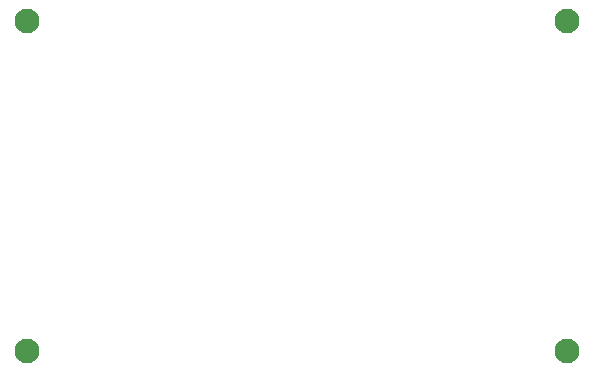
<source format=gbr>
%TF.GenerationSoftware,KiCad,Pcbnew,9.0.4*%
%TF.CreationDate,2025-09-30T03:15:34+08:00*%
%TF.ProjectId,MCU Datalogger,4d435520-4461-4746-916c-6f676765722e,1*%
%TF.SameCoordinates,Original*%
%TF.FileFunction,NonPlated,1,2,NPTH,Drill*%
%TF.FilePolarity,Positive*%
%FSLAX46Y46*%
G04 Gerber Fmt 4.6, Leading zero omitted, Abs format (unit mm)*
G04 Created by KiCad (PCBNEW 9.0.4) date 2025-09-30 03:15:34*
%MOMM*%
%LPD*%
G01*
G04 APERTURE LIST*
%TA.AperFunction,ComponentDrill*%
%ADD10C,2.100000*%
%TD*%
G04 APERTURE END LIST*
D10*
%TO.C,H1*%
X88900000Y-58420000D03*
%TO.C,H2*%
X88900000Y-86360000D03*
%TO.C,H3*%
X134620000Y-58420000D03*
%TO.C,H4*%
X134620000Y-86360000D03*
M02*

</source>
